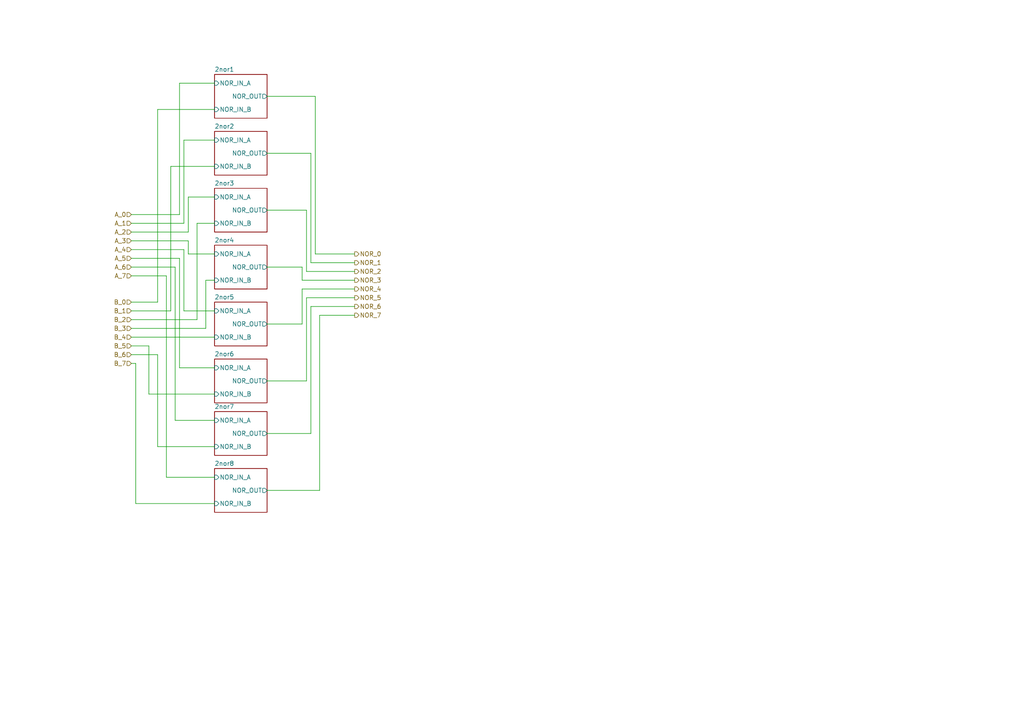
<source format=kicad_sch>
(kicad_sch
	(version 20250114)
	(generator "eeschema")
	(generator_version "9.0")
	(uuid "1dc696ed-d35e-495d-aad0-47f49dae0428")
	(paper "A4")
	(lib_symbols)
	(wire
		(pts
			(xy 92.71 91.44) (xy 102.87 91.44)
		)
		(stroke
			(width 0)
			(type default)
		)
		(uuid "047dbe10-443e-4c31-bc72-954521d39de7")
	)
	(wire
		(pts
			(xy 53.34 90.17) (xy 62.23 90.17)
		)
		(stroke
			(width 0)
			(type default)
		)
		(uuid "0fe10e65-8986-4f1c-bfe5-375184c1f790")
	)
	(wire
		(pts
			(xy 38.1 100.33) (xy 43.18 100.33)
		)
		(stroke
			(width 0)
			(type default)
		)
		(uuid "10e8927a-742e-4748-bf2b-c2a19f1aa67d")
	)
	(wire
		(pts
			(xy 52.07 74.93) (xy 52.07 106.68)
		)
		(stroke
			(width 0)
			(type default)
		)
		(uuid "1550bbda-b5b2-4048-8ea5-3a23c4dde4a4")
	)
	(wire
		(pts
			(xy 38.1 92.71) (xy 57.15 92.71)
		)
		(stroke
			(width 0)
			(type default)
		)
		(uuid "15fcacd7-716c-468a-a4c1-bdf38317a30f")
	)
	(wire
		(pts
			(xy 45.72 102.87) (xy 45.72 129.54)
		)
		(stroke
			(width 0)
			(type default)
		)
		(uuid "18857600-e7f0-45a6-ba12-2ccbad2ccea6")
	)
	(wire
		(pts
			(xy 38.1 74.93) (xy 52.07 74.93)
		)
		(stroke
			(width 0)
			(type default)
		)
		(uuid "24b24b43-c809-4e0d-a6bc-3add1aaf1d31")
	)
	(wire
		(pts
			(xy 38.1 97.79) (xy 62.23 97.79)
		)
		(stroke
			(width 0)
			(type default)
		)
		(uuid "257deb9b-6531-4e94-87e0-5b09f091eb69")
	)
	(wire
		(pts
			(xy 77.47 142.24) (xy 92.71 142.24)
		)
		(stroke
			(width 0)
			(type default)
		)
		(uuid "2e408874-c971-40ae-921f-dc2ac53655ce")
	)
	(wire
		(pts
			(xy 53.34 64.77) (xy 53.34 40.64)
		)
		(stroke
			(width 0)
			(type default)
		)
		(uuid "2fa3382c-e7a6-4dad-a4bf-aa599b7e6daf")
	)
	(wire
		(pts
			(xy 49.53 90.17) (xy 49.53 48.26)
		)
		(stroke
			(width 0)
			(type default)
		)
		(uuid "34a1584b-8a56-4e7c-8408-33d3e9546b68")
	)
	(wire
		(pts
			(xy 77.47 27.94) (xy 91.44 27.94)
		)
		(stroke
			(width 0)
			(type default)
		)
		(uuid "3ce6e01f-9724-4f03-b7c1-bc5d33c407f9")
	)
	(wire
		(pts
			(xy 48.26 138.43) (xy 62.23 138.43)
		)
		(stroke
			(width 0)
			(type default)
		)
		(uuid "4270f8b2-9a6d-4bf7-ba17-3fbd2551e925")
	)
	(wire
		(pts
			(xy 59.69 95.25) (xy 59.69 81.28)
		)
		(stroke
			(width 0)
			(type default)
		)
		(uuid "44289184-3c37-442f-9f97-dd8d8aa393ab")
	)
	(wire
		(pts
			(xy 48.26 80.01) (xy 48.26 138.43)
		)
		(stroke
			(width 0)
			(type default)
		)
		(uuid "4690da79-017e-43b5-bf08-cccf3304bd9c")
	)
	(wire
		(pts
			(xy 90.17 88.9) (xy 102.87 88.9)
		)
		(stroke
			(width 0)
			(type default)
		)
		(uuid "4bbd2eed-c9da-406f-9a3b-b70e49edf18a")
	)
	(wire
		(pts
			(xy 88.9 60.96) (xy 88.9 78.74)
		)
		(stroke
			(width 0)
			(type default)
		)
		(uuid "4d6c3435-eaa6-4394-9c87-21c4bcb6d602")
	)
	(wire
		(pts
			(xy 52.07 24.13) (xy 62.23 24.13)
		)
		(stroke
			(width 0)
			(type default)
		)
		(uuid "4da1cf37-acd7-4937-be63-8a335823445f")
	)
	(wire
		(pts
			(xy 77.47 44.45) (xy 90.17 44.45)
		)
		(stroke
			(width 0)
			(type default)
		)
		(uuid "52e252e2-3743-4751-9584-246448f19736")
	)
	(wire
		(pts
			(xy 38.1 69.85) (xy 54.61 69.85)
		)
		(stroke
			(width 0)
			(type default)
		)
		(uuid "5373621f-4fa8-49fe-8a61-2d7852c3928a")
	)
	(wire
		(pts
			(xy 45.72 87.63) (xy 45.72 31.75)
		)
		(stroke
			(width 0)
			(type default)
		)
		(uuid "53b923cd-b317-48c3-ae34-d149b4336f74")
	)
	(wire
		(pts
			(xy 88.9 110.49) (xy 88.9 86.36)
		)
		(stroke
			(width 0)
			(type default)
		)
		(uuid "55d5de91-b2cd-4d09-87c3-92e8f46c01a3")
	)
	(wire
		(pts
			(xy 77.47 110.49) (xy 88.9 110.49)
		)
		(stroke
			(width 0)
			(type default)
		)
		(uuid "577a2502-d364-4b18-94af-4d28574aca21")
	)
	(wire
		(pts
			(xy 92.71 142.24) (xy 92.71 91.44)
		)
		(stroke
			(width 0)
			(type default)
		)
		(uuid "57c89684-b7ba-4244-9151-b4013cf0ea9b")
	)
	(wire
		(pts
			(xy 90.17 44.45) (xy 90.17 76.2)
		)
		(stroke
			(width 0)
			(type default)
		)
		(uuid "5a7a9afd-af23-44f3-8775-8b778c1aef4c")
	)
	(wire
		(pts
			(xy 38.1 62.23) (xy 52.07 62.23)
		)
		(stroke
			(width 0)
			(type default)
		)
		(uuid "5d0e462b-8d46-4ee5-bf66-81fed9aec3dd")
	)
	(wire
		(pts
			(xy 57.15 64.77) (xy 62.23 64.77)
		)
		(stroke
			(width 0)
			(type default)
		)
		(uuid "5d1006a4-301d-435d-90eb-6474e4cbaaf6")
	)
	(wire
		(pts
			(xy 54.61 69.85) (xy 54.61 73.66)
		)
		(stroke
			(width 0)
			(type default)
		)
		(uuid "625d8d66-ee97-4d56-98e0-2939951dd944")
	)
	(wire
		(pts
			(xy 38.1 95.25) (xy 59.69 95.25)
		)
		(stroke
			(width 0)
			(type default)
		)
		(uuid "63db1bb8-258b-4a7c-ac70-ad8352de4caa")
	)
	(wire
		(pts
			(xy 38.1 77.47) (xy 50.8 77.47)
		)
		(stroke
			(width 0)
			(type default)
		)
		(uuid "677cb611-d157-47ff-b7bd-fef3665f1bad")
	)
	(wire
		(pts
			(xy 77.47 125.73) (xy 90.17 125.73)
		)
		(stroke
			(width 0)
			(type default)
		)
		(uuid "68840c23-3848-4ccf-9510-ab6b5bb7707a")
	)
	(wire
		(pts
			(xy 90.17 76.2) (xy 102.87 76.2)
		)
		(stroke
			(width 0)
			(type default)
		)
		(uuid "6e95d38e-cb48-409e-92cf-f076449cbf94")
	)
	(wire
		(pts
			(xy 53.34 40.64) (xy 62.23 40.64)
		)
		(stroke
			(width 0)
			(type default)
		)
		(uuid "70e94d5d-1df4-4947-8e31-35e07178f511")
	)
	(wire
		(pts
			(xy 54.61 73.66) (xy 62.23 73.66)
		)
		(stroke
			(width 0)
			(type default)
		)
		(uuid "720a0c4b-c8c5-406d-86b4-b297f3637e02")
	)
	(wire
		(pts
			(xy 39.37 105.41) (xy 39.37 146.05)
		)
		(stroke
			(width 0)
			(type default)
		)
		(uuid "731b55a7-36ba-4fb3-b090-7dc37fab0cb5")
	)
	(wire
		(pts
			(xy 50.8 121.92) (xy 62.23 121.92)
		)
		(stroke
			(width 0)
			(type default)
		)
		(uuid "75582eb7-b284-40fe-8bd4-73d7b95ef729")
	)
	(wire
		(pts
			(xy 87.63 81.28) (xy 102.87 81.28)
		)
		(stroke
			(width 0)
			(type default)
		)
		(uuid "80075690-c891-4cfb-85ac-1ba4ae94abcd")
	)
	(wire
		(pts
			(xy 77.47 77.47) (xy 87.63 77.47)
		)
		(stroke
			(width 0)
			(type default)
		)
		(uuid "83567010-6349-4820-8b4f-f750e4b19739")
	)
	(wire
		(pts
			(xy 38.1 102.87) (xy 45.72 102.87)
		)
		(stroke
			(width 0)
			(type default)
		)
		(uuid "8554826d-3e64-4abd-a1a6-adeb766ecbed")
	)
	(wire
		(pts
			(xy 52.07 106.68) (xy 62.23 106.68)
		)
		(stroke
			(width 0)
			(type default)
		)
		(uuid "89fb408e-687b-4ff2-965e-b02a03f43129")
	)
	(wire
		(pts
			(xy 38.1 105.41) (xy 39.37 105.41)
		)
		(stroke
			(width 0)
			(type default)
		)
		(uuid "8edbe49e-1789-4f59-a8b1-b6a4c8a7bb80")
	)
	(wire
		(pts
			(xy 87.63 83.82) (xy 102.87 83.82)
		)
		(stroke
			(width 0)
			(type default)
		)
		(uuid "948482b7-8360-4757-a48e-0054cc98f15c")
	)
	(wire
		(pts
			(xy 54.61 67.31) (xy 54.61 57.15)
		)
		(stroke
			(width 0)
			(type default)
		)
		(uuid "979e1b5a-9771-4e79-ad0f-c7ac1132d326")
	)
	(wire
		(pts
			(xy 38.1 87.63) (xy 45.72 87.63)
		)
		(stroke
			(width 0)
			(type default)
		)
		(uuid "984e72dd-5634-4c60-baa7-a075601396b2")
	)
	(wire
		(pts
			(xy 38.1 67.31) (xy 54.61 67.31)
		)
		(stroke
			(width 0)
			(type default)
		)
		(uuid "988a1aa8-9f5e-4982-97bb-9cf7668a74de")
	)
	(wire
		(pts
			(xy 49.53 48.26) (xy 62.23 48.26)
		)
		(stroke
			(width 0)
			(type default)
		)
		(uuid "99657266-013b-4d46-8d4d-daf4770735d4")
	)
	(wire
		(pts
			(xy 38.1 72.39) (xy 53.34 72.39)
		)
		(stroke
			(width 0)
			(type default)
		)
		(uuid "9da7c1c5-4730-4084-92f8-e42033145c9c")
	)
	(wire
		(pts
			(xy 52.07 62.23) (xy 52.07 24.13)
		)
		(stroke
			(width 0)
			(type default)
		)
		(uuid "9eba0500-ff05-4e65-9d59-dfacd980915a")
	)
	(wire
		(pts
			(xy 90.17 125.73) (xy 90.17 88.9)
		)
		(stroke
			(width 0)
			(type default)
		)
		(uuid "9ef4fedf-193f-4d36-8162-d9a125ef7f50")
	)
	(wire
		(pts
			(xy 59.69 81.28) (xy 62.23 81.28)
		)
		(stroke
			(width 0)
			(type default)
		)
		(uuid "9ffa3b16-bb84-48a4-9aba-49aa6ae5a070")
	)
	(wire
		(pts
			(xy 45.72 129.54) (xy 62.23 129.54)
		)
		(stroke
			(width 0)
			(type default)
		)
		(uuid "a5798071-2787-48b3-9e35-f161f62ad1ca")
	)
	(wire
		(pts
			(xy 38.1 64.77) (xy 53.34 64.77)
		)
		(stroke
			(width 0)
			(type default)
		)
		(uuid "ab14f2f0-f572-4817-8d33-76c852b45e57")
	)
	(wire
		(pts
			(xy 54.61 57.15) (xy 62.23 57.15)
		)
		(stroke
			(width 0)
			(type default)
		)
		(uuid "b0011085-4a43-494d-993b-4ee5f98924b4")
	)
	(wire
		(pts
			(xy 39.37 146.05) (xy 62.23 146.05)
		)
		(stroke
			(width 0)
			(type default)
		)
		(uuid "bc292536-af37-45ed-8c85-3f4c8f2b1530")
	)
	(wire
		(pts
			(xy 87.63 77.47) (xy 87.63 81.28)
		)
		(stroke
			(width 0)
			(type default)
		)
		(uuid "bf690ebf-f15d-4d80-b978-920779de9bdc")
	)
	(wire
		(pts
			(xy 43.18 114.3) (xy 62.23 114.3)
		)
		(stroke
			(width 0)
			(type default)
		)
		(uuid "c5750797-d09d-4202-9241-5b3db62f97f3")
	)
	(wire
		(pts
			(xy 50.8 77.47) (xy 50.8 121.92)
		)
		(stroke
			(width 0)
			(type default)
		)
		(uuid "c74dd3f5-e1b4-459f-b0e4-c8ac6955dde1")
	)
	(wire
		(pts
			(xy 38.1 90.17) (xy 49.53 90.17)
		)
		(stroke
			(width 0)
			(type default)
		)
		(uuid "c7f89d6c-ccf0-43db-9b20-89064db33bf2")
	)
	(wire
		(pts
			(xy 77.47 60.96) (xy 88.9 60.96)
		)
		(stroke
			(width 0)
			(type default)
		)
		(uuid "c908248a-a402-451e-b566-4b4d38cdc9db")
	)
	(wire
		(pts
			(xy 88.9 78.74) (xy 102.87 78.74)
		)
		(stroke
			(width 0)
			(type default)
		)
		(uuid "c9eb2b5d-2402-485f-8169-12668a5a4ec3")
	)
	(wire
		(pts
			(xy 88.9 86.36) (xy 102.87 86.36)
		)
		(stroke
			(width 0)
			(type default)
		)
		(uuid "ca4052eb-beb1-49f6-b2ec-b9bab3a31942")
	)
	(wire
		(pts
			(xy 45.72 31.75) (xy 62.23 31.75)
		)
		(stroke
			(width 0)
			(type default)
		)
		(uuid "d1bc34c0-8b75-4a44-a6e0-f9f9c35940c0")
	)
	(wire
		(pts
			(xy 57.15 92.71) (xy 57.15 64.77)
		)
		(stroke
			(width 0)
			(type default)
		)
		(uuid "d3239ad7-77d1-4994-95e8-ec4390dbf906")
	)
	(wire
		(pts
			(xy 53.34 72.39) (xy 53.34 90.17)
		)
		(stroke
			(width 0)
			(type default)
		)
		(uuid "d42f340f-3c11-42cc-b8b8-7110a218831c")
	)
	(wire
		(pts
			(xy 48.26 80.01) (xy 38.1 80.01)
		)
		(stroke
			(width 0)
			(type default)
		)
		(uuid "d8019cdd-7d18-477b-8f22-51e15adc03fd")
	)
	(wire
		(pts
			(xy 87.63 93.98) (xy 87.63 83.82)
		)
		(stroke
			(width 0)
			(type default)
		)
		(uuid "da2d5e62-1cf4-47cb-9b2b-99ee592582a7")
	)
	(wire
		(pts
			(xy 91.44 73.66) (xy 102.87 73.66)
		)
		(stroke
			(width 0)
			(type default)
		)
		(uuid "daf60d7e-23a5-4056-8bec-b7af43816c48")
	)
	(wire
		(pts
			(xy 91.44 27.94) (xy 91.44 73.66)
		)
		(stroke
			(width 0)
			(type default)
		)
		(uuid "df46b49d-ca19-4c6f-b6bf-dfe2b7326e1e")
	)
	(wire
		(pts
			(xy 43.18 100.33) (xy 43.18 114.3)
		)
		(stroke
			(width 0)
			(type default)
		)
		(uuid "fb2a2b76-2f80-45ea-8d0b-1f96c016880e")
	)
	(wire
		(pts
			(xy 77.47 93.98) (xy 87.63 93.98)
		)
		(stroke
			(width 0)
			(type default)
		)
		(uuid "ff3a6554-69f2-4c82-8464-52397fbc45eb")
	)
	(hierarchical_label "B_5"
		(shape input)
		(at 38.1 100.33 180)
		(effects
			(font
				(size 1.27 1.27)
			)
			(justify right)
		)
		(uuid "0b5616d8-e750-454f-95fd-826bd418b528")
	)
	(hierarchical_label "B_2"
		(shape input)
		(at 38.1 92.71 180)
		(effects
			(font
				(size 1.27 1.27)
			)
			(justify right)
		)
		(uuid "14e6b023-9091-4db1-b2df-eb5103586272")
	)
	(hierarchical_label "A_2"
		(shape input)
		(at 38.1 67.31 180)
		(effects
			(font
				(size 1.27 1.27)
			)
			(justify right)
		)
		(uuid "14fb4eac-dd1f-4019-9be4-f4fd023df0fe")
	)
	(hierarchical_label "B_3"
		(shape input)
		(at 38.1 95.25 180)
		(effects
			(font
				(size 1.27 1.27)
			)
			(justify right)
		)
		(uuid "22627a1e-ccdf-47e8-a142-4dfa32193993")
	)
	(hierarchical_label "B_7"
		(shape input)
		(at 38.1 105.41 180)
		(effects
			(font
				(size 1.27 1.27)
			)
			(justify right)
		)
		(uuid "2524beb9-ca00-44c2-840f-254f2c3cd11f")
	)
	(hierarchical_label "NOR_4"
		(shape output)
		(at 102.87 83.82 0)
		(effects
			(font
				(size 1.27 1.27)
			)
			(justify left)
		)
		(uuid "2837b657-3c1d-4304-a23c-e580ec4f844b")
	)
	(hierarchical_label "NOR_5"
		(shape output)
		(at 102.87 86.36 0)
		(effects
			(font
				(size 1.27 1.27)
			)
			(justify left)
		)
		(uuid "2d256974-1ac6-428c-b801-7a1246de220b")
	)
	(hierarchical_label "A_7"
		(shape input)
		(at 38.1 80.01 180)
		(effects
			(font
				(size 1.27 1.27)
			)
			(justify right)
		)
		(uuid "2fb2a64a-fee4-43e0-bd0c-dac65e54a970")
	)
	(hierarchical_label "NOR_2"
		(shape output)
		(at 102.87 78.74 0)
		(effects
			(font
				(size 1.27 1.27)
			)
			(justify left)
		)
		(uuid "48020226-b43e-47cb-b290-c5d7f692ec89")
	)
	(hierarchical_label "A_3"
		(shape input)
		(at 38.1 69.85 180)
		(effects
			(font
				(size 1.27 1.27)
			)
			(justify right)
		)
		(uuid "49b5f522-c54b-40fa-9042-de1b1d208e97")
	)
	(hierarchical_label "NOR_7"
		(shape output)
		(at 102.87 91.44 0)
		(effects
			(font
				(size 1.27 1.27)
			)
			(justify left)
		)
		(uuid "5d9e37a3-fcf9-4eb1-a4b4-b006fd67c9a1")
	)
	(hierarchical_label "B_0"
		(shape input)
		(at 38.1 87.63 180)
		(effects
			(font
				(size 1.27 1.27)
			)
			(justify right)
		)
		(uuid "5f830ccb-7605-413c-9bd3-506e02bbd132")
	)
	(hierarchical_label "NOR_3"
		(shape output)
		(at 102.87 81.28 0)
		(effects
			(font
				(size 1.27 1.27)
			)
			(justify left)
		)
		(uuid "6534170b-3205-415e-878a-200f2f6be84e")
	)
	(hierarchical_label "A_5"
		(shape input)
		(at 38.1 74.93 180)
		(effects
			(font
				(size 1.27 1.27)
			)
			(justify right)
		)
		(uuid "65ee9a95-33b2-4c06-865f-e9707a9e168f")
	)
	(hierarchical_label "A_0"
		(shape input)
		(at 38.1 62.23 180)
		(effects
			(font
				(size 1.27 1.27)
			)
			(justify right)
		)
		(uuid "65f49e84-af92-4397-9db0-7441b91a3ea0")
	)
	(hierarchical_label "NOR_1"
		(shape output)
		(at 102.87 76.2 0)
		(effects
			(font
				(size 1.27 1.27)
			)
			(justify left)
		)
		(uuid "6ade946c-b9b5-4836-840d-a5b92207802b")
	)
	(hierarchical_label "A_4"
		(shape input)
		(at 38.1 72.39 180)
		(effects
			(font
				(size 1.27 1.27)
			)
			(justify right)
		)
		(uuid "7bd87af7-a0a8-47f9-a59a-3c377844b399")
	)
	(hierarchical_label "A_6"
		(shape input)
		(at 38.1 77.47 180)
		(effects
			(font
				(size 1.27 1.27)
			)
			(justify right)
		)
		(uuid "82df3a45-7655-4401-bae9-e4e593a29214")
	)
	(hierarchical_label "A_1"
		(shape input)
		(at 38.1 64.77 180)
		(effects
			(font
				(size 1.27 1.27)
			)
			(justify right)
		)
		(uuid "84d83fce-d0e1-4e83-9872-321ebf9fda40")
	)
	(hierarchical_label "NOR_6"
		(shape output)
		(at 102.87 88.9 0)
		(effects
			(font
				(size 1.27 1.27)
			)
			(justify left)
		)
		(uuid "9ea0acbd-bfcb-4575-b032-13fb62d27659")
	)
	(hierarchical_label "NOR_0"
		(shape output)
		(at 102.87 73.66 0)
		(effects
			(font
				(size 1.27 1.27)
			)
			(justify left)
		)
		(uuid "c028115c-1f10-4064-91f4-1b85e63ed183")
	)
	(hierarchical_label "B_6"
		(shape input)
		(at 38.1 102.87 180)
		(effects
			(font
				(size 1.27 1.27)
			)
			(justify right)
		)
		(uuid "c02b009e-fd79-4a8f-abb6-5f3a92a035cf")
	)
	(hierarchical_label "B_1"
		(shape input)
		(at 38.1 90.17 180)
		(effects
			(font
				(size 1.27 1.27)
			)
			(justify right)
		)
		(uuid "dadf5248-9518-4c4b-97bb-9d80607506d1")
	)
	(hierarchical_label "B_4"
		(shape input)
		(at 38.1 97.79 180)
		(effects
			(font
				(size 1.27 1.27)
			)
			(justify right)
		)
		(uuid "f311f8f4-b213-4830-92d9-3fdae6b843d7")
	)
	(sheet
		(at 62.23 104.14)
		(size 15.24 12.7)
		(exclude_from_sim no)
		(in_bom yes)
		(on_board yes)
		(dnp no)
		(fields_autoplaced yes)
		(stroke
			(width 0.1524)
			(type solid)
		)
		(fill
			(color 0 0 0 0.0000)
		)
		(uuid "1b73da43-649c-48ab-916c-09cdfa2a4a41")
		(property "Sheetname" "2nor6"
			(at 62.23 103.4284 0)
			(effects
				(font
					(size 1.27 1.27)
				)
				(justify left bottom)
			)
		)
		(property "Sheetfile" "../logic units/nor/nor.kicad_sch"
			(at 62.23 117.4246 0)
			(effects
				(font
					(size 1.27 1.27)
				)
				(justify left top)
				(hide yes)
			)
		)
		(pin "NOR_IN_A" input
			(at 62.23 106.68 180)
			(uuid "ff5abd1c-e293-4038-92b2-9d9cfd339c82")
			(effects
				(font
					(size 1.27 1.27)
				)
				(justify left)
			)
		)
		(pin "NOR_OUT" output
			(at 77.47 110.49 0)
			(uuid "cdb3d760-56ed-4ee7-a7db-f5fad9a896c9")
			(effects
				(font
					(size 1.27 1.27)
				)
				(justify right)
			)
		)
		(pin "NOR_IN_B" input
			(at 62.23 114.3 180)
			(uuid "1ce2b121-f2e4-4751-ab6d-33d6fbd1ba96")
			(effects
				(font
					(size 1.27 1.27)
				)
				(justify left)
			)
		)
		(instances
			(project "8-bit-nor"
				(path "/1dc696ed-d35e-495d-aad0-47f49dae0428"
					(page "7")
				)
			)
		)
	)
	(sheet
		(at 62.23 119.38)
		(size 15.24 12.7)
		(exclude_from_sim no)
		(in_bom yes)
		(on_board yes)
		(dnp no)
		(fields_autoplaced yes)
		(stroke
			(width 0.1524)
			(type solid)
		)
		(fill
			(color 0 0 0 0.0000)
		)
		(uuid "2350d61d-cc35-4eb2-ad6c-af9bdc2a41b4")
		(property "Sheetname" "2nor7"
			(at 62.23 118.6684 0)
			(effects
				(font
					(size 1.27 1.27)
				)
				(justify left bottom)
			)
		)
		(property "Sheetfile" "../logic units/nor/nor.kicad_sch"
			(at 62.23 132.6646 0)
			(effects
				(font
					(size 1.27 1.27)
				)
				(justify left top)
				(hide yes)
			)
		)
		(pin "NOR_IN_A" input
			(at 62.23 121.92 180)
			(uuid "a04b6a14-62b1-4921-9513-84324041d169")
			(effects
				(font
					(size 1.27 1.27)
				)
				(justify left)
			)
		)
		(pin "NOR_OUT" output
			(at 77.47 125.73 0)
			(uuid "b36c9352-977e-4028-adf0-9488729e6e2b")
			(effects
				(font
					(size 1.27 1.27)
				)
				(justify right)
			)
		)
		(pin "NOR_IN_B" input
			(at 62.23 129.54 180)
			(uuid "dbe6b42a-744f-45c9-b78e-faa815eb0777")
			(effects
				(font
					(size 1.27 1.27)
				)
				(justify left)
			)
		)
		(instances
			(project "8-bit-nor"
				(path "/1dc696ed-d35e-495d-aad0-47f49dae0428"
					(page "8")
				)
			)
		)
	)
	(sheet
		(at 62.23 54.61)
		(size 15.24 12.7)
		(exclude_from_sim no)
		(in_bom yes)
		(on_board yes)
		(dnp no)
		(fields_autoplaced yes)
		(stroke
			(width 0.1524)
			(type solid)
		)
		(fill
			(color 0 0 0 0.0000)
		)
		(uuid "3f000503-25e3-4c6d-8ddf-6bceabf0d241")
		(property "Sheetname" "2nor3"
			(at 62.23 53.8984 0)
			(effects
				(font
					(size 1.27 1.27)
				)
				(justify left bottom)
			)
		)
		(property "Sheetfile" "../logic units/nor/nor.kicad_sch"
			(at 62.23 67.8946 0)
			(effects
				(font
					(size 1.27 1.27)
				)
				(justify left top)
				(hide yes)
			)
		)
		(pin "NOR_IN_A" input
			(at 62.23 57.15 180)
			(uuid "13f78a66-e0be-4408-b3b2-33562245a3cb")
			(effects
				(font
					(size 1.27 1.27)
				)
				(justify left)
			)
		)
		(pin "NOR_OUT" output
			(at 77.47 60.96 0)
			(uuid "e9a98ba2-38a9-432b-9bdf-06a450300a51")
			(effects
				(font
					(size 1.27 1.27)
				)
				(justify right)
			)
		)
		(pin "NOR_IN_B" input
			(at 62.23 64.77 180)
			(uuid "36d7afc0-7da9-44b5-b800-94fbe4ede7fa")
			(effects
				(font
					(size 1.27 1.27)
				)
				(justify left)
			)
		)
		(instances
			(project "8-bit-nor"
				(path "/1dc696ed-d35e-495d-aad0-47f49dae0428"
					(page "4")
				)
			)
		)
	)
	(sheet
		(at 62.23 38.1)
		(size 15.24 12.7)
		(exclude_from_sim no)
		(in_bom yes)
		(on_board yes)
		(dnp no)
		(fields_autoplaced yes)
		(stroke
			(width 0.1524)
			(type solid)
		)
		(fill
			(color 0 0 0 0.0000)
		)
		(uuid "7e41ca7a-0349-42c9-a14a-985d348a860e")
		(property "Sheetname" "2nor2"
			(at 62.23 37.3884 0)
			(effects
				(font
					(size 1.27 1.27)
				)
				(justify left bottom)
			)
		)
		(property "Sheetfile" "../logic units/nor/nor.kicad_sch"
			(at 62.23 51.3846 0)
			(effects
				(font
					(size 1.27 1.27)
				)
				(justify left top)
				(hide yes)
			)
		)
		(pin "NOR_IN_A" input
			(at 62.23 40.64 180)
			(uuid "d2c307c8-4cad-4fdd-b7fc-4bad7061eb35")
			(effects
				(font
					(size 1.27 1.27)
				)
				(justify left)
			)
		)
		(pin "NOR_OUT" output
			(at 77.47 44.45 0)
			(uuid "61139b05-f2d3-40a1-b756-4529dd4660c0")
			(effects
				(font
					(size 1.27 1.27)
				)
				(justify right)
			)
		)
		(pin "NOR_IN_B" input
			(at 62.23 48.26 180)
			(uuid "f381ec11-a405-4785-a24a-d52b8a5f7073")
			(effects
				(font
					(size 1.27 1.27)
				)
				(justify left)
			)
		)
		(instances
			(project "8-bit-nor"
				(path "/1dc696ed-d35e-495d-aad0-47f49dae0428"
					(page "3")
				)
			)
		)
	)
	(sheet
		(at 62.23 87.63)
		(size 15.24 12.7)
		(exclude_from_sim no)
		(in_bom yes)
		(on_board yes)
		(dnp no)
		(fields_autoplaced yes)
		(stroke
			(width 0.1524)
			(type solid)
		)
		(fill
			(color 0 0 0 0.0000)
		)
		(uuid "82e6b465-62a5-4600-a36c-e7b8478e496d")
		(property "Sheetname" "2nor5"
			(at 62.23 86.9184 0)
			(effects
				(font
					(size 1.27 1.27)
				)
				(justify left bottom)
			)
		)
		(property "Sheetfile" "../logic units/nor/nor.kicad_sch"
			(at 62.23 100.9146 0)
			(effects
				(font
					(size 1.27 1.27)
				)
				(justify left top)
				(hide yes)
			)
		)
		(pin "NOR_IN_A" input
			(at 62.23 90.17 180)
			(uuid "7c81be6a-8a9b-4b1c-8d43-75e24371da8f")
			(effects
				(font
					(size 1.27 1.27)
				)
				(justify left)
			)
		)
		(pin "NOR_OUT" output
			(at 77.47 93.98 0)
			(uuid "567d0722-e45c-4b77-a454-9bf088e21961")
			(effects
				(font
					(size 1.27 1.27)
				)
				(justify right)
			)
		)
		(pin "NOR_IN_B" input
			(at 62.23 97.79 180)
			(uuid "2fafd98a-733c-401d-a333-6f5fe39f87ac")
			(effects
				(font
					(size 1.27 1.27)
				)
				(justify left)
			)
		)
		(instances
			(project "8-bit-nor"
				(path "/1dc696ed-d35e-495d-aad0-47f49dae0428"
					(page "6")
				)
			)
		)
	)
	(sheet
		(at 62.23 135.89)
		(size 15.24 12.7)
		(exclude_from_sim no)
		(in_bom yes)
		(on_board yes)
		(dnp no)
		(fields_autoplaced yes)
		(stroke
			(width 0.1524)
			(type solid)
		)
		(fill
			(color 0 0 0 0.0000)
		)
		(uuid "a2e1b38e-b1f0-422d-b52c-198953715ddc")
		(property "Sheetname" "2nor8"
			(at 62.23 135.1784 0)
			(effects
				(font
					(size 1.27 1.27)
				)
				(justify left bottom)
			)
		)
		(property "Sheetfile" "../logic units/nor/nor.kicad_sch"
			(at 62.23 149.1746 0)
			(effects
				(font
					(size 1.27 1.27)
				)
				(justify left top)
				(hide yes)
			)
		)
		(pin "NOR_IN_A" input
			(at 62.23 138.43 180)
			(uuid "fbff3a96-0f3b-4da9-a34f-e3ec3a046a19")
			(effects
				(font
					(size 1.27 1.27)
				)
				(justify left)
			)
		)
		(pin "NOR_OUT" output
			(at 77.47 142.24 0)
			(uuid "351eb105-05df-4ee5-a3d2-5ea5f31ab662")
			(effects
				(font
					(size 1.27 1.27)
				)
				(justify right)
			)
		)
		(pin "NOR_IN_B" input
			(at 62.23 146.05 180)
			(uuid "4122acc5-c7fa-4ad7-befc-05d409c7b2ad")
			(effects
				(font
					(size 1.27 1.27)
				)
				(justify left)
			)
		)
		(instances
			(project "8-bit-nor"
				(path "/1dc696ed-d35e-495d-aad0-47f49dae0428"
					(page "9")
				)
			)
		)
	)
	(sheet
		(at 62.23 21.59)
		(size 15.24 12.7)
		(exclude_from_sim no)
		(in_bom yes)
		(on_board yes)
		(dnp no)
		(fields_autoplaced yes)
		(stroke
			(width 0.1524)
			(type solid)
		)
		(fill
			(color 0 0 0 0.0000)
		)
		(uuid "a5b7953b-96b6-4013-8e27-1987969121a2")
		(property "Sheetname" "2nor1"
			(at 62.23 20.8784 0)
			(effects
				(font
					(size 1.27 1.27)
				)
				(justify left bottom)
			)
		)
		(property "Sheetfile" "../logic units/nor/nor.kicad_sch"
			(at 62.23 34.8746 0)
			(effects
				(font
					(size 1.27 1.27)
				)
				(justify left top)
				(hide yes)
			)
		)
		(pin "NOR_IN_A" input
			(at 62.23 24.13 180)
			(uuid "7721e381-021f-4b80-8470-9dd35c30ec9c")
			(effects
				(font
					(size 1.27 1.27)
				)
				(justify left)
			)
		)
		(pin "NOR_OUT" output
			(at 77.47 27.94 0)
			(uuid "e7327db7-af6c-4677-9c08-a0190dd0e59b")
			(effects
				(font
					(size 1.27 1.27)
				)
				(justify right)
			)
		)
		(pin "NOR_IN_B" input
			(at 62.23 31.75 180)
			(uuid "d41e1435-36f1-4e34-bca8-ab365a35ad5c")
			(effects
				(font
					(size 1.27 1.27)
				)
				(justify left)
			)
		)
		(instances
			(project "8-bit-nor"
				(path "/1dc696ed-d35e-495d-aad0-47f49dae0428"
					(page "2")
				)
			)
		)
	)
	(sheet
		(at 62.23 71.12)
		(size 15.24 12.7)
		(exclude_from_sim no)
		(in_bom yes)
		(on_board yes)
		(dnp no)
		(fields_autoplaced yes)
		(stroke
			(width 0.1524)
			(type solid)
		)
		(fill
			(color 0 0 0 0.0000)
		)
		(uuid "d9d9147c-40d4-4faa-a3d7-26d640b62972")
		(property "Sheetname" "2nor4"
			(at 62.23 70.4084 0)
			(effects
				(font
					(size 1.27 1.27)
				)
				(justify left bottom)
			)
		)
		(property "Sheetfile" "../logic units/nor/nor.kicad_sch"
			(at 62.23 84.4046 0)
			(effects
				(font
					(size 1.27 1.27)
				)
				(justify left top)
				(hide yes)
			)
		)
		(pin "NOR_IN_A" input
			(at 62.23 73.66 180)
			(uuid "e65afc1c-320c-4511-9982-0fd126c8203d")
			(effects
				(font
					(size 1.27 1.27)
				)
				(justify left)
			)
		)
		(pin "NOR_OUT" output
			(at 77.47 77.47 0)
			(uuid "b87d7608-83b6-4eda-8000-0e999e496350")
			(effects
				(font
					(size 1.27 1.27)
				)
				(justify right)
			)
		)
		(pin "NOR_IN_B" input
			(at 62.23 81.28 180)
			(uuid "b0227de2-985a-4b32-92b5-9664b2873842")
			(effects
				(font
					(size 1.27 1.27)
				)
				(justify left)
			)
		)
		(instances
			(project "8-bit-nor"
				(path "/1dc696ed-d35e-495d-aad0-47f49dae0428"
					(page "5")
				)
			)
		)
	)
	(sheet_instances
		(path "/"
			(page "1")
		)
	)
	(embedded_fonts no)
)

</source>
